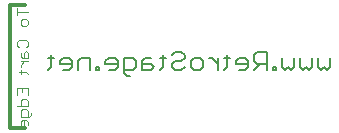
<source format=gbo>
G75*
%MOIN*%
%OFA0B0*%
%FSLAX24Y24*%
%IPPOS*%
%LPD*%
%AMOC8*
5,1,8,0,0,1.08239X$1,22.5*
%
%ADD10C,0.0138*%
%ADD11C,0.0030*%
%ADD12C,0.0050*%
D10*
X001126Y001206D02*
X001626Y001206D01*
X001126Y001206D02*
X001126Y005306D01*
X001626Y005306D01*
D11*
X001354Y005191D02*
X001354Y004953D01*
X001354Y005072D02*
X001711Y005072D01*
X001651Y004836D02*
X001533Y004836D01*
X001473Y004776D01*
X001473Y004658D01*
X001533Y004598D01*
X001651Y004598D01*
X001711Y004658D01*
X001711Y004776D01*
X001651Y004836D01*
X001651Y004125D02*
X001414Y004125D01*
X001354Y004066D01*
X001354Y003947D01*
X001414Y003888D01*
X001651Y003888D02*
X001711Y003947D01*
X001711Y004066D01*
X001651Y004125D01*
X001651Y003770D02*
X001592Y003710D01*
X001592Y003532D01*
X001533Y003532D02*
X001473Y003592D01*
X001473Y003710D01*
X001651Y003770D02*
X001711Y003710D01*
X001711Y003532D01*
X001533Y003532D01*
X001592Y003415D02*
X001473Y003296D01*
X001473Y003236D01*
X001473Y003118D02*
X001473Y003000D01*
X001414Y003059D02*
X001651Y003059D01*
X001711Y003000D01*
X001711Y003415D02*
X001473Y003415D01*
X001533Y002526D02*
X001533Y002408D01*
X001354Y002289D02*
X001354Y002526D01*
X001711Y002526D01*
X001711Y002289D01*
X001651Y002171D02*
X001533Y002171D01*
X001473Y002112D01*
X001473Y001934D01*
X001354Y001934D02*
X001711Y001934D01*
X001711Y002112D01*
X001651Y002171D01*
X001651Y001816D02*
X001533Y001816D01*
X001473Y001756D01*
X001473Y001578D01*
X001770Y001578D01*
X001829Y001638D01*
X001829Y001697D01*
X001711Y001756D02*
X001711Y001578D01*
X001651Y001461D02*
X001533Y001461D01*
X001473Y001401D01*
X001473Y001283D01*
X001533Y001223D01*
X001592Y001223D01*
X001592Y001461D01*
X001651Y001461D02*
X001711Y001401D01*
X001711Y001283D01*
X001711Y001756D02*
X001651Y001816D01*
D12*
X002380Y003131D02*
X002482Y003233D01*
X002482Y003640D01*
X002584Y003538D02*
X002380Y003538D01*
X002784Y003436D02*
X002784Y003334D01*
X003191Y003334D01*
X003191Y003233D02*
X003191Y003436D01*
X003089Y003538D01*
X002886Y003538D01*
X002784Y003436D01*
X003089Y003131D02*
X003191Y003233D01*
X003089Y003131D02*
X002886Y003131D01*
X003392Y003131D02*
X003392Y003436D01*
X003494Y003538D01*
X003799Y003538D01*
X003799Y003131D01*
X004001Y003131D02*
X004001Y003233D01*
X004103Y003233D01*
X004103Y003131D01*
X004001Y003131D01*
X004304Y003334D02*
X004711Y003334D01*
X004711Y003233D02*
X004711Y003436D01*
X004609Y003538D01*
X004405Y003538D01*
X004304Y003436D01*
X004304Y003334D01*
X004405Y003131D02*
X004609Y003131D01*
X004711Y003233D01*
X004911Y003131D02*
X005217Y003131D01*
X005318Y003233D01*
X005318Y003436D01*
X005217Y003538D01*
X004911Y003538D01*
X004911Y003029D01*
X005013Y002927D01*
X005115Y002927D01*
X005519Y003131D02*
X005824Y003131D01*
X005926Y003233D01*
X005824Y003334D01*
X005519Y003334D01*
X005519Y003436D02*
X005519Y003131D01*
X005519Y003436D02*
X005621Y003538D01*
X005824Y003538D01*
X006128Y003538D02*
X006331Y003538D01*
X006229Y003640D02*
X006229Y003233D01*
X006128Y003131D01*
X006532Y003233D02*
X006634Y003131D01*
X006837Y003131D01*
X006939Y003233D01*
X007140Y003233D02*
X007140Y003436D01*
X007241Y003538D01*
X007445Y003538D01*
X007547Y003436D01*
X007547Y003233D01*
X007445Y003131D01*
X007241Y003131D01*
X007140Y003233D01*
X006837Y003436D02*
X006634Y003436D01*
X006532Y003334D01*
X006532Y003233D01*
X006837Y003436D02*
X006939Y003538D01*
X006939Y003640D01*
X006837Y003741D01*
X006634Y003741D01*
X006532Y003640D01*
X007748Y003538D02*
X007849Y003538D01*
X008053Y003334D01*
X008053Y003131D02*
X008053Y003538D01*
X008255Y003538D02*
X008458Y003538D01*
X008356Y003640D02*
X008356Y003233D01*
X008255Y003131D01*
X008659Y003334D02*
X009066Y003334D01*
X009066Y003233D02*
X009066Y003436D01*
X008964Y003538D01*
X008761Y003538D01*
X008659Y003436D01*
X008659Y003334D01*
X008761Y003131D02*
X008964Y003131D01*
X009066Y003233D01*
X009267Y003131D02*
X009470Y003334D01*
X009368Y003334D02*
X009267Y003436D01*
X009267Y003640D01*
X009368Y003741D01*
X009674Y003741D01*
X009674Y003131D01*
X009876Y003131D02*
X009876Y003233D01*
X009977Y003233D01*
X009977Y003131D01*
X009876Y003131D01*
X010178Y003233D02*
X010178Y003538D01*
X009674Y003334D02*
X009368Y003334D01*
X010178Y003233D02*
X010280Y003131D01*
X010382Y003233D01*
X010483Y003131D01*
X010585Y003233D01*
X010585Y003538D01*
X010786Y003538D02*
X010786Y003233D01*
X010888Y003131D01*
X010989Y003233D01*
X011091Y003131D01*
X011193Y003233D01*
X011193Y003538D01*
X011394Y003538D02*
X011394Y003233D01*
X011495Y003131D01*
X011597Y003233D01*
X011699Y003131D01*
X011801Y003233D01*
X011801Y003538D01*
M02*

</source>
